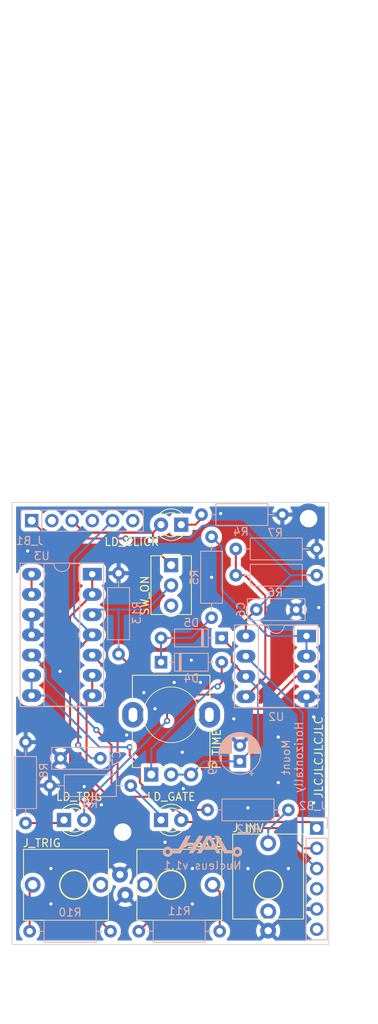
<source format=kicad_pcb>
(kicad_pcb (version 20240108) (generator "pcbnew") (generator_version "8.0")
  (title_block (date "2022-03-21"))
  (layers (0 "F.Cu" signal) (31 "B.Cu" signal) (34 "B.Paste" user) (35 "F.Paste" user) (36 "B.SilkS" user "B.Silkscreen") (37 "F.SilkS" user "F.Silkscreen") (38 "B.Mask" user) (39 "F.Mask" user) (44 "Edge.Cuts" user))
  (net 0 "")
  (net 1 "Net-(D4-Pad1)")
  (net 2 "GND")
  (net 3 "+5V")
  (net 4 "/GATE")
  (net 5 "Net-(J_INV1-PadSIG)")
  (net 6 "Net-(R11-Pad1)")
  (net 7 "Net-(J_GATE1-PadSIG)")
  (net 8 "Net-(J_TRIG1-PadSIG)")
  (net 9 "Net-(LD_GATE1-Pad1)")
  (net 10 "Net-(R6-Pad2)")
  (net 11 "/TRIG")
  (net 12 "/INV")
  (net 13 "Net-(U3-Pad13)")
  (net 14 "Net-(J_B1-Pad3)")
  (net 15 "Net-(D4-Pad2)")
  (net 24 "Net-(LD_TRIG1-Pad1)")
  (net 25 "Net-(LD_CLICK1-Pad1)")
  (net 26 "Net-(C9-Pad1)")
  (net 28 "+12V")
  (net 29 "Net-(R5-Pad1)")
  (net 30 "Net-(R10-Pad1)")
  (net 31 "Net-(U3-Pad9)")
  (net 32 "Net-(J_B2-Pad3)")
  (footprint "Eurorack:PJ301M-12" (layer "F.Cu") (at 149.86 143.002)
    (property "Reference" "J_INV1" (hide yes))
    (property "Value" "PJ301M-12" (hide yes))
    (pad "GND" thru_hole circle (at 0 5.766) (size 2 2) (drill 0.9) (layers "*.Cu" "*.Mask") (net 2 "GND"))
    (pad "SIG" thru_hole circle (at 0 -5.207) (size 2 2) (drill 1.15) (layers "*.Cu" "*.Mask") (net 5 "Net-(J_INV1-PadSIG)"))
    (pad "SW" thru_hole circle (at 0 3.353) (size 2 2) (drill 1.14) (layers "*.Cu" "*.Mask"))
    (zone (net 0) (net_name "") (layer "F.Cu") (connect_pads (clearance 0)) (min_thickness 0.254)
      (keepout (tracks not_allowed) (vias not_allowed) (pads not_allowed) (copperpour not_allowed) (footprints allowed))
      (fill (thermal_gap 0.508) (thermal_bridge_width 0.508))
      (polygon (pts (xy 151.365141 143.002) (xy 151.34493 142.756171) (xy 151.284841 142.516945) (xy 151.186486 142.290744) (xy 151.052508 142.083645) (xy 150.886504 141.90121) (xy 150.692932 141.748336) (xy 150.476992 141.629131) (xy 150.244482 141.546794) (xy 150.001646 141.503539) (xy 149.755007 141.500525) (xy 149.511187 141.537835) (xy 149.276734 141.614466) (xy 149.057946 141.72836) (xy 148.860697 141.876458) (xy 148.690286 142.054784) (xy 148.551288 142.258548) (xy 148.447436 142.482278) (xy 148.381519 142.719965) (xy 148.355308 142.965226) (xy 148.369507 143.211475) (xy 148.423734 143.452099) (xy 148.516532 143.680634) (xy 148.645411 143.890945) (xy 148.806908 144.077382) (xy 148.996687 144.234939) (xy 149.20965 144.359385) (xy 149.440079 144.447377) (xy 149.681785 144.496553) (xy 149.928278 144.505592) (xy 150.172936 144.47425) (xy 150.409191 144.40337) (xy 150.630697 144.294856) (xy 150.831505 144.151621) (xy 151.006223 143.977512) (xy 151.150158 143.777205) (xy 151.259445 143.556079) (xy 151.331149 143.320074) (xy 151.363344 143.075526)))
    )
  )
  (footprint "LED_THT:LED_D3.0mm_FlatTop" (layer "F.Cu") (at 124.201 134.874)
    (property "Reference" "LD_TRIG1" (hide yes))
    (property "Value" "LED")
    (pad "1" thru_hole rect (at 0 0) (size 1.8 1.8) (drill 0.9) (layers "*.Cu" "*.Mask") (net 24 "Net-(LD_TRIG1-Pad1)"))
    (pad "2" thru_hole circle (at 2.54 0) (size 1.8 1.8) (drill 0.9) (layers "*.Cu" "*.Mask") (net 11 "/TRIG"))
  )
  (footprint "Eurorack:SPDT" (layer "F.Cu") (at 137.668 105.41)
    (property "Reference" "SW_ON1" (hide yes))
    (property "Value" "SW_SPDT")
    (pad "1" thru_hole rect (at 0 -2.54) (size 1.8 1.8) (drill 1) (layers "*.Cu" "*.Mask") (net 14 "Net-(J_B1-Pad3)"))
    (pad "2" thru_hole circle (at 0 0) (size 1.8 1.8) (drill 1) (layers "*.Cu" "*.Mask") (net 11 "/TRIG"))
    (pad "3" thru_hole circle (at 0 2.54) (size 1.8 1.8) (drill 1) (layers "*.Cu" "*.Mask"))
  )
  (footprint "Eurorack:PJ301M-12 Offset" (layer "F.Cu") (at 125.476 143.002 90)
    (property "Reference" "J_TRIG1" (hide yes))
    (property "Value" "PJ301M-12" (hide yes))
    (pad "GND" thru_hole circle (at 1.27 5.766 90) (size 2 2) (drill 0.9) (layers "*.Cu" "*.Mask") (net 2 "GND"))
    (pad "SIG" thru_hole circle (at 0 -5.207 90) (size 2 2) (drill 1.15) (layers "*.Cu" "*.Mask") (net 8 "Net-(J_TRIG1-PadSIG)"))
    (pad "SW" thru_hole circle (at 0 3.353 90) (size 2 2) (drill 1.14) (layers "*.Cu" "*.Mask"))
    (zone (net 0) (net_name "") (layer "F.Cu") (connect_pads (clearance 0)) (min_thickness 0.254)
      (keepout (tracks not_allowed) (vias not_allowed) (pads not_allowed) (copperpour not_allowed) (footprints allowed))
      (fill (thermal_gap 0.508) (thermal_bridge_width 0.508))
      (polygon (pts (xy 125.476 141.496859) (xy 125.230171 141.51707) (xy 124.990945 141.577159) (xy 124.764744 141.675514) (xy 124.557645 141.809492) (xy 124.37521 141.975496) (xy 124.222336 142.169068) (xy 124.103131 142.385008) (xy 124.020794 142.617518) (xy 123.977539 142.860354) (xy 123.974525 143.106993) (xy 124.011835 143.350813) (xy 124.088466 143.585266) (xy 124.20236 143.804054) (xy 124.350458 144.001303) (xy 124.528784 144.171714) (xy 124.732548 144.310712) (xy 124.956278 144.414564) (xy 125.193965 144.480481) (xy 125.439226 144.506692) (xy 125.685475 144.492493) (xy 125.926099 144.438266) (xy 126.154634 144.345468) (xy 126.364945 144.216589) (xy 126.551382 144.055092) (xy 126.708939 143.865313) (xy 126.833385 143.65235) (xy 126.921377 143.421921) (xy 126.970553 143.180215) (xy 126.979592 142.933722) (xy 126.94825 142.689064) (xy 126.87737 142.452809) (xy 126.768856 142.231303) (xy 126.625621 142.030495) (xy 126.451512 141.855777) (xy 126.251205 141.711842) (xy 126.030079 141.602555) (xy 125.794074 141.530851) (xy 125.549526 141.498656)))
    )
  )
  (footprint "LED_THT:LED_D3.0mm_FlatTop" (layer "F.Cu") (at 138.938 97.79 180)
    (property "Reference" "LD_CLICK1" (hide yes))
    (property "Value" "LED")
    (pad "1" thru_hole rect (at 0 0 180) (size 1.8 1.8) (drill 0.9) (layers "*.Cu" "*.Mask") (net 25 "Net-(LD_CLICK1-Pad1)"))
    (pad "2" thru_hole circle (at 2.54 0 180) (size 1.8 1.8) (drill 0.9) (layers "*.Cu" "*.Mask") (net 14 "Net-(J_B1-Pad3)"))
  )
  (footprint "LED_THT:LED_D3.0mm_FlatTop" (layer "F.Cu") (at 136.393 134.874)
    (property "Reference" "LD_GATE1" (hide yes))
    (property "Value" "LED")
    (pad "1" thru_hole rect (at 0 0) (size 1.8 1.8) (drill 0.9) (layers "*.Cu" "*.Mask") (net 9 "Net-(LD_GATE1-Pad1)"))
    (pad "2" thru_hole circle (at 2.54 0) (size 1.8 1.8) (drill 0.9) (layers "*.Cu" "*.Mask") (net 4 "/GATE"))
  )
  (footprint "Eurorack:M2 Screw Hole" (layer "F.Cu") (at 154.94 97.028)
    (property "Reference" "REF**" (hide yes))
    (property "Value" "M2 Screw Hole" (hide yes))
    (pad "" thru_hole circle (at 0 0) (size 3.8 3.8) (drill 2.2) (layers "*.Cu" "*.Mask") (net 2 "GND"))
  )
  (footprint "Eurorack:PJ301M-12 Offset" (layer "F.Cu") (at 137.668 143.002 -90)
    (property "Reference" "J_GATE1" (hide yes))
    (property "Value" "PJ301M-12" (hide yes))
    (pad "GND" thru_hole circle (at 1.27 5.766 270) (size 2 2) (drill 0.9) (layers "*.Cu" "*.Mask") (net 2 "GND"))
    (pad "SIG" thru_hole circle (at 0 -5.207 270) (size 2 2) (drill 1.15) (layers "*.Cu" "*.Mask") (net 7 "Net-(J_GATE1-PadSIG)"))
    (pad "SW" thru_hole circle (at 0 3.353 270) (size 2 2) (drill 1.14) (layers "*.Cu" "*.Mask"))
    (zone (net 0) (net_name "") (layer "F.Cu") (connect_pads (clearance 0)) (min_thickness 0.254)
      (keepout (tracks not_allowed) (vias not_allowed) (pads not_allowed) (copperpour not_allowed) (footprints allowed))
      (fill (thermal_gap 0.508) (thermal_bridge_width 0.508))
      (polygon (pts (xy 137.668 144.507141) (xy 137.913829 144.48693) (xy 138.153055 144.426841) (xy 138.379256 144.328486) (xy 138.586355 144.194508) (xy 138.76879 144.028504) (xy 138.921664 143.834932) (xy 139.040869 143.618992) (xy 139.123206 143.386482) (xy 139.166461 143.143646) (xy 139.169475 142.897007) (xy 139.132165 142.653187) (xy 139.055534 142.418734) (xy 138.94164 142.199946) (xy 138.793542 142.002697) (xy 138.615216 141.832286) (xy 138.411452 141.693288) (xy 138.187722 141.589436) (xy 137.950035 141.523519) (xy 137.704774 141.497308) (xy 137.458525 141.511507) (xy 137.217901 141.565734) (xy 136.989366 141.658532) (xy 136.779055 141.787411) (xy 136.592618 141.948908) (xy 136.435061 142.138687) (xy 136.310615 142.35165) (xy 136.222623 142.582079) (xy 136.173447 142.823785) (xy 136.164408 143.070278) (xy 136.19575 143.314936) (xy 136.26663 143.551191) (xy 136.375144 143.772697) (xy 136.518379 143.973505) (xy 136.692488 144.148223) (xy 136.892795 144.292158) (xy 137.113921 144.401445) (xy 137.349926 144.473149) (xy 137.594474 144.505344)))
    )
  )
  (footprint "Eurorack:Potentiometer Alpha RD901F-40-00D" (layer "F.Cu") (at 137.668 121.669 90)
    (property "Reference" "P_TIME1" (hide yes))
    (property "Value" "B100k" (hide yes))
    (pad "" thru_hole oval (at 0.0052 -4.8 180) (size 2.72 3.24) (drill oval 1.1 1.8) (layers "*.Cu" "*.Mask"))
    (pad "" thru_hole oval (at 0.0052 4.8 180) (size 2.72 3.24) (drill oval 1.1 1.8) (layers "*.Cu" "*.Mask"))
    (pad "1" thru_hole rect (at -7.4948 -2.5 180) (size 1.8 1.8) (drill 1) (layers "*.Cu" "*.Mask") (net 15 "Net-(D4-Pad2)"))
    (pad "2" thru_hole circle (at -7.4948 0 180) (size 1.8 1.8) (drill 1) (layers "*.Cu" "*.Mask") (net 26 "Net-(C9-Pad1)"))
    (pad "3" thru_hole circle (at -7.4948 2.5 180) (size 1.8 1.8) (drill 1) (layers "*.Cu" "*.Mask") (net 26 "Net-(C9-Pad1)"))
  )
  (footprint "Eurorack:M2 Screw Hole" (layer "F.Cu") (at 131.572 136.398)
    (property "Reference" "REF**" (hide yes))
    (property "Value" "M2 Screw Hole" (hide yes))
    (pad "" thru_hole circle (at 0 0) (size 3.8 3.8) (drill 2.2) (layers "*.Cu" "*.Mask") (net 2 "GND"))
  )
  (footprint "Resistor_THT:R_Axial_DIN0207_L6.3mm_D2.5mm_P10.16mm_Horizontal" (layer "B.Cu") (at 142.24 133.604)
    (property "Reference" "R12" (at 5.08 2.413 0) (layer "B.SilkS") (effects (justify mirror)))
    (property "Value" "1k")
    (pad "1" thru_hole circle (at 0 0) (size 1.6 1.6) (drill 0.8) (layers "*.Cu" "*.Mask") (net 31 "Net-(U3-Pad9)"))
    (pad "2" thru_hole oval (at 10.16 0) (size 1.6 1.6) (drill 0.8) (layers "*.Cu" "*.Mask") (net 5 "Net-(J_INV1-PadSIG)"))
  )
  (footprint "Capacitor_THT:C_Disc_D7.0mm_W2.5mm_P5.00mm" (layer "B.Cu") (at 148.376 108.458)
    (property "Reference" "C6" (at -1.945 0 90) (layer "B.SilkS") (effects (justify mirror)))
    (property "Value" "0.1uF")
    (pad "1" thru_hole circle (at 0 0) (size 1.6 1.6) (drill 0.8) (layers "*.Cu" "*.Mask") (net 3 "+5V"))
    (pad "2" thru_hole circle (at 5 0) (size 1.6 1.6) (drill 0.8) (layers "*.Cu" "*.Mask") (net 2 "GND"))
  )
  (footprint "Resistor_THT:R_Axial_DIN0207_L6.3mm_D2.5mm_P10.16mm_Horizontal" (layer "B.Cu") (at 131.064 114.046 90)
    (property "Reference" "R13" (at 5.207 2.286 90) (layer "B.SilkS") (effects (justify mirror)))
    (property "Value" "1M")
    (pad "1" thru_hole circle (at 0 0 90) (size 1.6 1.6) (drill 0.8) (layers "*.Cu" "*.Mask") (net 11 "/TRIG"))
    (pad "2" thru_hole oval (at 10.16 0 90) (size 1.6 1.6) (drill 0.8) (layers "*.Cu" "*.Mask") (net 2 "GND"))
  )
  (footprint "Capacitor_THT:C_Disc_D7.0mm_W2.5mm_P5.00mm" (layer "B.Cu") (at 128.778 127.127 180)
    (property "Reference" "C7" (at -2.032 0 -90) (layer "B.SilkS") (effects (justify mirror)))
    (property "Value" "0.1uF")
    (pad "1" thru_hole circle (at 0 0 180) (size 1.6 1.6) (drill 0.8) (layers "*.Cu" "*.Mask") (net 28 "+12V"))
    (pad "2" thru_hole circle (at 5 0 180) (size 1.6 1.6) (drill 0.8) (layers "*.Cu" "*.Mask") (net 2 "GND"))
  )
  (footprint "Package_DIP:DIP-8_W7.62mm_Socket_LongPads" (layer "B.Cu") (at 154.676 111.77 180)
    (property "Reference" "U2" (at 3.8 -10.15 0) (layer "B.SilkS") (effects (justify mirror)))
    (property "Value" "LM358")
    (pad "1" thru_hole rect (at 0 0 180) (size 2.4 1.6) (drill 0.8) (layers "*.Cu" "*.Mask") (net 29 "Net-(R5-Pad1)"))
    (pad "2" thru_hole oval (at 0 -2.54 180) (size 2.4 1.6) (drill 0.8) (layers "*.Cu" "*.Mask") (net 29 "Net-(R5-Pad1)"))
    (pad "3" thru_hole oval (at 0 -5.08 180) (size 2.4 1.6) (drill 0.8) (layers "*.Cu" "*.Mask") (net 11 "/TRIG"))
    (pad "4" thru_hole oval (at 0 -7.62 180) (size 2.4 1.6) (drill 0.8) (layers "*.Cu" "*.Mask") (net 2 "GND"))
    (pad "5" thru_hole oval (at 7.62 -7.62 180) (size 2.4 1.6) (drill 0.8) (layers "*.Cu" "*.Mask") (net 10 "Net-(R6-Pad2)"))
    (pad "6" thru_hole oval (at 7.62 -5.08 180) (size 2.4 1.6) (drill 0.8) (layers "*.Cu" "*.Mask") (net 26 "Net-(C9-Pad1)"))
    (pad "7" thru_hole oval (at 7.62 -2.54 180) (size 2.4 1.6) (drill 0.8) (layers "*.Cu" "*.Mask") (net 32 "Net-(J_B2-Pad3)"))
    (pad "8" thru_hole oval (at 7.62 0 180) (size 2.4 1.6) (drill 0.8) (layers "*.Cu" "*.Mask") (net 3 "+5V"))
  )
  (footprint "Capacitor_THT:CP_Radial_D5.0mm_P2.00mm" (layer "B.Cu") (at 146.304 127.508 90)
    (property "Reference" "C9" (at -0.762 -3.429 90) (layer "B.SilkS") (effects (justify mirror)))
    (property "Value" "10uF")
    (pad "1" thru_hole rect (at 0 0 90) (size 1.6 1.6) (drill 0.8) (layers "*.Cu" "*.Mask") (net 26 "Net-(C9-Pad1)"))
    (pad "2" thru_hole circle (at 2 0 90) (size 1.6 1.6) (drill 0.8) (layers "*.Cu" "*.Mask") (net 2 "GND"))
  )
  (footprint "Resistor_THT:R_Axial_DIN0207_L6.3mm_D2.5mm_P10.16mm_Horizontal" (layer "B.Cu") (at 133.604 148.844)
    (property "Reference" "R11" (at 5.08 -2.54 0) (layer "B.SilkS") (effects (justify mirror)))
    (property "Value" "1k")
    (pad "1" thru_hole circle (at 0 0) (size 1.6 1.6) (drill 0.8) (layers "*.Cu" "*.Mask") (net 6 "Net-(R11-Pad1)"))
    (pad "2" thru_hole oval (at 10.16 0) (size 1.6 1.6) (drill 0.8) (layers "*.Cu" "*.Mask") (net 7 "Net-(J_GATE1-PadSIG)"))
  )
  (footprint "Diode_THT:D_DO-35_SOD27_P7.62mm_Horizontal" (layer "B.Cu") (at 144.018 112.014 180)
    (property "Reference" "D5" (at 3.81 1.905 180) (layer "B.SilkS") (effects (justify mirror)))
    (property "Value" "1N4148")
    (pad "1" thru_hole rect (at 0 0 180) (size 1.6 1.6) (drill 0.8) (layers "*.Cu" "*.Mask") (net 26 "Net-(C9-Pad1)"))
    (pad "2" thru_hole oval (at 7.62 0 180) (size 1.6 1.6) (drill 0.8) (layers "*.Cu" "*.Mask") (net 1 "Net-(D4-Pad1)"))
  )
  (footprint "Resistor_THT:R_Axial_DIN0207_L6.3mm_D2.5mm_P10.16mm_Horizontal" (layer "B.Cu") (at 141.478 96.52)
    (property "Reference" "R4" (at 4.953 2.159 0) (layer "B.SilkS") (effects (justify mirror)))
    (property "Value" "10k")
    (pad "1" thru_hole circle (at 0 0) (size 1.6 1.6) (drill 0.8) (layers "*.Cu" "*.Mask") (net 25 "Net-(LD_CLICK1-Pad1)"))
    (pad "2" thru_hole oval (at 10.16 0) (size 1.6 1.6) (drill 0.8) (layers "*.Cu" "*.Mask") (net 2 "GND"))
  )
  (footprint "Resistor_THT:R_Axial_DIN0207_L6.3mm_D2.5mm_P10.16mm_Horizontal" (layer "B.Cu") (at 132.588 130.556 180)
    (property "Reference" "R9" (at 5.08 -2.286 180) (layer "B.SilkS") (effects (justify mirror)))
    (property "Value" "10k")
    (pad "1" thru_hole circle (at 0 0 180) (size 1.6 1.6) (drill 0.8) (layers "*.Cu" "*.Mask") (net 9 "Net-(LD_GATE1-Pad1)"))
    (pad "2" thru_hole oval (at 10.16 0 180) (size 1.6 1.6) (drill 0.8) (layers "*.Cu" "*.Mask") (net 2 "GND"))
  )
  (footprint "Resistor_THT:R_Axial_DIN0207_L6.3mm_D2.5mm_P10.16mm_Horizontal" (layer "B.Cu") (at 155.956 104.14 180)
    (property "Reference" "R6" (at 5.207 -2.159 0) (layer "B.SilkS") (effects (justify mirror)))
    (property "Value" "120k")
    (pad "1" thru_hole circle (at 0 0 180) (size 1.6 1.6) (drill 0.8) (layers "*.Cu" "*.Mask") (net 3 "+5V"))
    (pad "2" thru_hole oval (at 10.16 0 180) (size 1.6 1.6) (drill 0.8) (layers "*.Cu" "*.Mask") (net 10 "Net-(R6-Pad2)"))
  )
  (footprint "Diode_THT:D_DO-35_SOD27_P7.62mm_Horizontal" (layer "B.Cu") (at 136.398 115.062)
    (property "Reference" "D4" (at 3.81 2.032 0) (layer "B.SilkS") (effects (justify mirror)))
    (property "Value" "1N4148")
    (pad "1" thru_hole rect (at 0 0) (size 1.6 1.6) (drill 0.8) (layers "*.Cu" "*.Mask") (net 1 "Net-(D4-Pad1)"))
    (pad "2" thru_hole oval (at 7.62 0) (size 1.6 1.6) (drill 0.8) (layers "*.Cu" "*.Mask") (net 15 "Net-(D4-Pad2)"))
  )
  (footprint "Logos:Avalon Harmonics Small 10mm" (layer "B.Cu") (at 141.605 138.176 180)
    (property "Reference" "G***" (hide yes))
    (property "Value" "LOGO" (hide yes))
  )
  (footprint "Connector_PinHeader_2.54mm:PinHeader_1x06_P2.54mm_Vertical" (layer "B.Cu") (at 120.142 97.282 -90)
    (property "Reference" "J_B1" (at 2.54 0.254 0) (layer "B.SilkS") (effects (justify mirror)))
    (property "Value" "Conn_01x06_Female")
    (pad "1" thru_hole rect (at 0 0 270) (size 1.7 1.7) (drill 1) (layers "*.Cu" "*.Mask") (net 3 "+5V"))
    (pad "2" thru_hole oval (at 0 -2.54 270) (size 1.7 1.7) (drill 1) (layers "*.Cu" "*.Mask"))
    (pad "3" thru_hole oval (at 0 -5.08 270) (size 1.7 1.7) (drill 1) (layers "*.Cu" "*.Mask") (net 14 "Net-(J_B1-Pad3)"))
    (pad "4" thru_hole oval (at 0 -7.62 270) (size 1.7 1.7) (drill 1) (layers "*.Cu" "*.Mask"))
    (pad "5" thru_hole oval (at 0 -10.16 270) (size 1.7 1.7) (drill 1) (layers "*.Cu" "*.Mask") (net 28 "+12V"))
    (pad "6" thru_hole oval (at 0 -12.7 270) (size 1.7 1.7) (drill 1) (layers "*.Cu" "*.Mask"))
  )
  (footprint "Package_DIP:DIP-14_W7.62mm_Socket_LongPads" (layer "B.Cu") (at 127.752 104.008 180)
    (property "Reference" "U3" (at 6.34 2.281 0) (layer "B.SilkS") (effects (justify mirror)))
    (property "Value" "LM324")
    (pad "1" thru_hole rect (at 0 0 180) (size 2.4 1.6) (drill 0.8) (layers "*.Cu" "*.Mask") (net 30 "Net-(R10-Pad1)"))
    (pad "2" thru_hole oval (at 0 -2.54 180) (size 2.4 1.6) (drill 0.8) (layers "*.Cu" "*.Mask") (net 30 "Net-(R10-Pad1)"))
    (pad "3" thru_hole oval (at 0 -5.08 180) (size 2.4 1.6) (drill 0.8) (layers "*.Cu" "*.Mask") (net 11 "/TRIG"))
    (pad "4" thru_hole oval (at 0 -7.62 180) (size 2.4 1.6) (drill 0.8) (layers "*.Cu" "*.Mask") (net 28 "+12V"))
    (pad "5" thru_hole oval (at 0 -10.16 180) (size 2.4 1.6) (drill 0.8) (layers "*.Cu" "*.Mask") (net 4 "/GATE"))
    (pad "6" thru_hole oval (at 0 -12.7 180) (size 2.4 1.6) (drill 0.8) (layers "*.Cu" "*.Mask") (net 6 "Net-(R11-Pad1)"))
    (pad "7" thru_hole oval (at 0 -15.24 180) (size 2.4 1.6) (drill 0.8) (layers "*.Cu" "*.Mask") (net 6 "Net-(R11-Pad1)"))
    (pad "8" thru_hole oval (at 7.62 -15.24 180) (size 2.4 1.6) (drill 0.8) (layers "*.Cu" "*.Mask") (net 31 "Net-(U3-Pad9)"))
    (pad "9" thru_hole oval (at 7.62 -12.7 180) (size 2.4 1.6) (drill 0.8) (layers "*.Cu" "*.Mask") (net 31 "Net-(U3-Pad9)"))
    (pad "10" thru_hole oval (at 7.62 -10.16 180) (size 2.4 1.6) (drill 0.8) (layers "*.Cu" "*.Mask") (net 12 "/INV"))
    (pad "11" thru_hole oval (at 7.62 -7.62 180) (size 2.4 1.6) (drill 0.8) (layers "*.Cu" "*.Mask") (net 2 "GND"))
    (pad "12" thru_hole oval (at 7.62 -5.08 180) (size 2.4 1.6) (drill 0.8) (layers "*.Cu" "*.Mask") (net 2 "GND"))
    (pad "13" thru_hole oval (at 7.62 -2.54 180) (size 2.4 1.6) (drill 0.8) (layers "*.Cu" "*.Mask") (net 13 "Net-(U3-Pad13)"))
    (pad "14" thru_hole oval (at 7.62 0 180) (size 2.4 1.6) (drill 0.8) (layers "*.Cu" "*.Mask") (net 13 "Net-(U3-Pad13)"))
  )
  (footprint "Connector_PinHeader_2.54mm:PinHeader_1x06_P2.54mm_Vertical" (layer "B.Cu") (at 155.956 135.89 180)
    (property "Reference" "J_B2" (at 0.508 2.794 180) (layer "B.SilkS") (effects (justify mirror)))
    (property "Value" "Conn_01x06_Female")
    (pad "1" thru_hole rect (at 0 0 180) (size 1.7 1.7) (drill 1) (layers "*.Cu" "*.Mask") (net 4 "/GATE"))
    (pad "2" thru_hole oval (at 0 -2.54 180) (size 1.7 1.7) (drill 1) (layers "*.Cu" "*.Mask") (net 12 "/INV"))
    (pad "3" thru_hole oval (at 0 -5.08 180) (size 1.7 1.7) (drill 1) (layers "*.Cu" "*.Mask") (net 32 "Net-(J_B2-Pad3)"))
    (pad "4" thru_hole oval (at 0 -7.62 180) (size 1.7 1.7) (drill 1) (layers "*.Cu" "*.Mask"))
    (pad "5" thru_hole oval (at 0 -10.16 180) (size 1.7 1.7) (drill 1) (layers "*.Cu" "*.Mask") (net 2 "GND"))
    (pad "6" thru_hole oval (at 0 -12.7 180) (size 1.7 1.7) (drill 1) (layers "*.Cu" "*.Mask"))
  )
  (footprint "Resistor_THT:R_Axial_DIN0207_L6.3mm_D2.5mm_P10.16mm_Horizontal" (layer "B.Cu") (at 119.38 135.255 90)
    (property "Reference" "R8" (at 6.604 2.286 90) (layer "B.SilkS") (effects (justify mirror)))
    (property "Value" "10k")
    (pad "1" thru_hole circle (at 0 0 90) (size 1.6 1.6) (drill 0.8) (layers "*.Cu" "*.Mask") (net 24 "Net-(LD_TRIG1-Pad1)"))
    (pad "2" thru_hole oval (at 10.16 0 90) (size 1.6 1.6) (drill 0.8) (layers "*.Cu" "*.Mask") (net 2 "GND"))
  )
  (footprint "Resistor_THT:R_Axial_DIN0207_L6.3mm_D2.5mm_P10.16mm_Horizontal" (layer "B.Cu") (at 145.796 100.838)
    (property "Reference" "R7" (at 4.953 -2.032 0) (layer "B.SilkS") (effects (justify mirror)))
    (property "Value" "10k")
    (pad "1" thru_hole circle (at 0 0) (size 1.6 1.6) (drill 0.8) (layers "*.Cu" "*.Mask") (net 10 "Net-(R6-Pad2)"))
    (pad "2" thru_hole oval (at 10.16 0) (size 1.6 1.6) (drill 0.8) (layers "*.Cu" "*.Mask") (net 2 "GND"))
  )
  (footprint "Resistor_THT:R_Axial_DIN0207_L6.3mm_D2.5mm_P10.16mm_Horizontal" (layer "B.Cu") (at 142.748 99.314 -90)
    (property "Reference" "R5" (at 5.08 2.159 90) (layer "B.SilkS") (effects (justify mirror)))
    (property "Value" "220")
    (pad "1" thru_hole circle (at 0 0 270) (size 1.6 1.6) (drill 0.8) (layers "*.Cu" "*.Mask") (net 29 "Net-(R5-Pad1)"))
    (pad "2" thru_hole oval (at 10.16 0 270) (size 1.6 1.6) (drill 0.8) (layers "*.Cu" "*.Mask") (net 1 "Net-(D4-Pad1)"))
  )
  (footprint "Resistor_THT:R_Axial_DIN0207_L6.3mm_D2.5mm_P10.16mm_Horizontal" (layer "B.Cu") (at 130.048 148.844 180)
    (property "Reference" "R10" (at 5.08 2.37 0) (layer "B.SilkS") (effects (justify mirror)))
    (property "Value" "1k")
    (pad "1" thru_hole circle (at 0 0 180) (size 1.6 1.6) (drill 0.8) (layers "*.Cu" "*.Mask") (net 30 "Net-(R10-Pad1)"))
    (pad "2" thru_hole oval (at 10.16 0 180) (size 1.6 1.6) (drill 0.8) (layers "*.Cu" "*.Mask") (net 8 "Net-(J_TRIG1-PadSIG)"))
  )
  (gr_rect (start 117.68 94.996) (end 157.48 150.51) (stroke (width 0.1)) (fill none) (layer "Edge.Cuts"))
  (gr_text "Mount\nHorizontally" (at 152.908 127 90) (layer "B.SilkS") (effects (font (size 1 1)) (justify mirror)))
  (gr_text "Nucleus v1.1" (at 141.605 140.589 0) (layer "B.SilkS") (effects (font (size 1 1)) (justify mirror)))
  (gr_text "JLCJLCJLCJLC" (at 156.21 127 90) (layer "F.SilkS") (effects (font (size 1 1))))
  (gr_text "J_INV" (at 147.32 135.89 0) (layer "F.SilkS") (effects (font (size 1 1))))
  (gr_text "SW_ON" (at 134.366 106.68 90) (layer "F.SilkS") (effects (font (size 1 1))))
  (gr_text "LD_CLICK" (at 132.715 99.949 0) (layer "F.SilkS") (effects (font (size 1 1))))
  (gr_text "J_TRIG" (at 121.412 137.7696 0) (layer "F.SilkS") (effects (font (size 1 1))))
  (gr_text "LD_GATE" (at 137.668 131.953 0) (layer "F.SilkS") (effects (font (size 1 1))))
  (gr_text "LD_TRIG\n" (at 126.111 131.953 0) (layer "F.SilkS") (effects (font (size 1 1))))
  (gr_text "J_GATE\n" (at 141.605 137.7696 0) (layer "F.SilkS") (effects (font (size 1 1))))
  (gr_text "P_TIME" (at 143.383 125.984 90) (layer "F.SilkS") (effects (font (size 1 1))))
  (segment (start 136.398 112.014) (end 140.208 112.014) (width 0.25) (layer "B.Cu") (net 1))
  (segment (start 140.208 112.014) (end 142.748 109.474) (width 0.25) (layer "B.Cu") (net 1))
  (segment (start 136.398 115.062) (end 136.398 112.014) (width 0.25) (layer "B.Cu") (net 1))
  (via (at 140.335 140.97) (size 0.8) (drill 0.4) (layers "F.Cu" "B.Cu") (net 2))
  (via (at 136.906 137.668) (size 0.8) (drill 0.4) (layers "F.Cu" "B.Cu") (net 2))
  (via (at 138.049 117.602) (size 0.8) (drill 0.4) (layers "F.Cu" "B.Cu") (net 2))
  (via (at 135.636 120.904) (size 0.8) (drill 0.4) (layers "F.Cu" "B.Cu") (net 2))
  (via (at 128.905 132.969) (size 0.8) (drill 0.4) (layers "F.Cu" "B.Cu") (net 2))
  (via (at 147.32 140.97) (size 0.8) (drill 0.4) (layers "F.Cu" "B.Cu") (net 2))
  (via (at 126.746 130.683) (size 0.8) (drill 0.4) (layers "F.Cu" "B.Cu") (net 2))
  (via (at 155.575 121.92) (size 0.8) (drill 0.4) (layers "F.Cu" "B.Cu") (net 2))
  (via (at 141.351 117.602) (size 0.8) (drill 0.4) (layers "F.Cu" "B.Cu") (net 2))
  (via (at 122.555 140.97) (size 0.8) (drill 0.4) (layers "F.Cu" "B.Cu") (net 2))
  (via (at 140.335 145.415) (size 0.8) (drill 0.4) (layers "F.Cu" "B.Cu") (net 2))
  (via (at 151.13 124.46) (size 0.8) (drill 0.4) (layers "F.Cu" "B.Cu") (net 2))
  (via (at 145.542 122.174) (size 0.8) (drill 0.4) (layers "F.Cu" "B.Cu") (net 2))
  (via (at 139.065 126.365) (size 0.8) (drill 0.4) (layers "F.Cu" "B.Cu") (net 2))
  (via (at 119.634 101.092) (size 0.8) (drill 0.4) (layers "F.Cu" "B.Cu") (net 2))
  (via (at 122.555 145.415) (size 0.8) (drill 0.4) (layers "F.Cu" "B.Cu") (net 2))
  (via (at 139.192 130.937) (size 0.8) (drill 0.4) (layers "F.Cu" "B.Cu") (net 2))
  (via (at 151.13 130.175) (size 0.8) (drill 0.4) (layers "F.Cu" "B.Cu") (net 2))
  (via (at 134.239 118.872) (size 0.8) (drill 0.4) (layers "F.Cu" "B.Cu") (net 2))
  (via (at 143.891 96.393) (size 0.8) (drill 0.4) (layers "F.Cu" "B.Cu") (net 2))
  (via (at 132.08 124.206) (size 0.8) (drill 0.4) (layers "F.Cu" "B.Cu") (net 2))
  (via (at 123.698 116.205) (size 0.8) (drill 0.4) (layers "F.Cu" "B.Cu") (net 2))
  (via (at 140.208 114.808) (size 0.8) (drill 0.4) (layers "F.Cu" "B.Cu") (net 2))
  (via (at 156.21 108.204) (size 0.8) (drill 0.4) (layers "F.Cu" "B.Cu") (net 2))
  (via (at 152.4 140.97) (size 0.8) (drill 0.4) (layers "F.Cu" "B.Cu") (net 2))
  (via (at 142.748 104.394) (size 0.8) (drill 0.4) (layers "F.Cu" "B.Cu") (net 2))
  (via (at 147.32 133.35) (size 0.8) (drill 0.4) (layers "F.Cu" "B.Cu") (net 2))
  (via (at 155.575 132.715) (size 0.8) (drill 0.4) (layers "F.Cu" "B.Cu") (net 2))
  (segment (start 122.3905 99.5305) (end 120.142 97.282) (width 0.25) (layer "F.Cu") (net 3))
  (segment (start 131.953 99.5305) (end 122.3905 99.5305) (width 0.25) (layer "F.Cu") (net 3))
  (segment (start 147.056 109.778) (end 148.376 108.458) (width 0.25) (layer "F.Cu") (net 3))
  (segment (start 147.056 111.77) (end 147.056 109.778) (width 0.25) (layer "F.Cu") (net 3))
  (via (at 131.953 99.5305) (size 0.8) (drill 0.4) (layers "F.Cu" "B.Cu") (net 3))
  (segment (start 146.422386 97.917) (end 141.605 97.917) (width 0.25) (layer "B.Cu") (net 3))
  (segment (start 141.605 97.917) (end 140.081 99.441) (width 0.25) (layer "B.Cu") (net 3))
  (segment (start 140.081 99.441) (end 132.0425 99.441) (width 0.25) (layer "B.Cu") (net 3))
  (segment (start 132.0425 99.441) (end 131.953 99.5305) (width 0.25) (layer "B.Cu") (net 3))
  (segment (start 155.956 104.14) (end 152.694 104.14) (width 0.25) (layer "B.Cu") (net 3))
  (segment (start 152.645386 104.14) (end 146.422386 97.917) (width 0.25) (layer "B.Cu") (net 3))
  (segment (start 152.694 104.14) (end 148.376 108.458) (width 0.25) (layer "B.Cu") (net 3))
  (segment (start 152.694 104.14) (end 152.645386 104.14) (width 0.25) (layer "B.Cu") (net 3))
  (segment (start 130.937 117.348) (end 130.937 130.937) (width 0.25) (layer "F.Cu") (net 4))
  (segment (start 138.933 134.874) (end 139.187 135.128) (width 0.25) (layer "F.Cu") (net 4))
  (segment (start 139.187 135.128) (end 155.194 135.128) (width 0.25) (layer "F.Cu") (net 4))
  (segment (start 127.752 114.168) (end 127.757 114.168) (width 0.25) (layer "F.Cu") (net 4))
  (segment (start 127.757 114.168) (end 130.937 117.348) (width 0.25) (layer "F.Cu") (net 4))
  (segment (start 155.194 135.128) (end 155.956 135.89) (width 0.25) (layer "F.Cu") (net 4))
  (segment (start 136.779 131.953) (end 138.933 134.107) (width 0.25) (layer "F.Cu") (net 4))
  (segment (start 130.937 130.937) (end 131.953 131.953) (width 0.25) (layer "F.Cu") (net 4))
  (segment (start 138.933 134.107) (end 138.933 134.874) (width 0.25) (layer "F.Cu") (net 4))
  (segment (start 131.953 131.953) (end 136.779 131.953) (width 0.25) (layer "F.Cu") (net 4))
  (segment (start 149.86 137.795) (end 149.86 136.144) (width 0.25) (layer "B.Cu") (net 5))
  (segment (start 149.86 136.144) (end 152.4 133.604) (width 0.25) (layer "B.Cu") (net 5))
  (segment (start 132.08 133.35) (end 133.985 135.255) (width 0.25) (layer "F.Cu") (net 6))
  (segment (start 133.985 135.255) (end 133.985 136.525) (width 0.25) (layer "F.Cu") (net 6))
  (segment (start 135.89 146.558) (end 133.604 148.844) (width 0.25) (layer "F.Cu") (net 6))
  (segment (start 127.037489 129.196489) (end 131.191 133.35) (width 0.25) (layer "F.Cu") (net 6))
  (segment (start 127.752 119.248) (end 127.037489 119.962511) (width 0.25) (layer "F.Cu") (net 6))
  (segment (start 131.191 133.35) (end 132.08 133.35) (width 0.25) (layer "F.Cu") (net 6))
  (segment (start 135.89 138.43) (end 135.89 146.558) (width 0.25) (layer "F.Cu") (net 6))
  (segment (start 127.752 119.248) (end 127.752 116.708) (width 0.25) (layer "F.Cu") (net 6))
  (segment (start 127.037489 119.962511) (end 127.037489 129.196489) (width 0.25) (layer "F.Cu") (net 6))
  (segment (start 133.985 136.525) (end 135.89 138.43) (width 0.25) (layer "F.Cu") (net 6))
  (segment (start 143.764 143.891) (end 142.875 143.002) (width 0.25) (layer "F.Cu") (net 7))
  (segment (start 143.764 148.844) (end 143.764 143.891) (width 0.25) (layer "F.Cu") (net 7))
  (segment (start 119.888 148.844) (end 119.888 143.383) (width 0.25) (layer "F.Cu") (net 8))
  (segment (start 119.888 143.383) (end 120.269 143.002) (width 0.25) (layer "F.Cu") (net 8))
  (segment (start 136.393 134.874) (end 136.393 134.361) (width 0.25) (layer "B.Cu") (net 9))
  (segment (start 136.393 134.361) (end 132.588 130.556) (width 0.25) (layer "B.Cu") (net 9))
  (segment (start 145.796 100.838) (end 145.796 104.14) (width 0.25) (layer "F.Cu") (net 10))
  (segment (start 146.92737 104.14) (end 149.500511 106.713141) (width 0.25) (layer "F.Cu") (net 10))
  (segment (start 149.500511 106.713141) (end 149.500511 116.945489) (width 0.25) (layer "F.Cu") (net 10))
  (segment (start 145.796 104.14) (end 146.92737 104.14) (width 0.25) (layer "F.Cu") (net 10))
  (segment (start 149.500511 116.945489) (end 147.056 119.39) (width 0.25) (layer "F.Cu") (net 10))
  (segment (start 146.05 120.904) (end 144.272 119.126) (width 0.25) (layer "F.Cu") (net 11))
  (segment (start 137.16 119.126) (end 136.144 119.126) (width 0.25) (layer "F.Cu") (net 11))
  (segment (start 153.38904 116.85) (end 154.676 116.85) (width 0.25) (layer "F.Cu") (net 11))
  (segment (start 149.33504 120.904) (end 153.38904 116.85) (width 0.25) (layer "F.Cu") (net 11))
  (segment (start 149.33504 120.904) (end 146.05 120.904) (width 0.25) (layer "F.Cu") (net 11))
  (segment (start 144.272 119.126) (end 137.16 119.126) (width 0.25) (layer "F.Cu") (net 11))
  (segment (start 136.144 119.126) (end 131.064 114.046) (width 0.25) (layer "F.Cu") (net 11))
  (segment (start 137.16 119.126) (end 137.16 122.428) (width 0.25) (layer "F.Cu") (net 11))
  (via (at 137.16 122.428) (size 0.8) (drill 0.4) (layers "F.Cu" "B.Cu") (net 11))
  (segment (start 131.064 108.575) (end 130.942 108.453) (width 0.25) (layer "B.Cu") (net 11))
  (segment (start 132.085 108.453) (end 130.942 108.453) (width 0.25) (layer "B.Cu") (net 11))
  (segment (start 131.064 114.046) (end 131.064 108.575) (width 0.25) (layer "B.Cu") (net 11))
  (segment (start 134.625 108.453) (end 132.085 108.453) (width 0.25) (layer "B.Cu") (net 11))
  (segment (start 137.16 122.428) (end 126.741 132.847) (width 0.25) (layer "B.Cu") (net 11))
  (segment (start 130.942 108.453) (end 127.752 108.453) (width 0.25) (layer "B.Cu") (net 11))
  (segment (start 137.668 105.41) (end 134.625 108.453) (width 0.25) (layer "B.Cu") (net 11))
  (segment (start 126.741 132.847) (end 126.741 134.874) (width 0.25) (layer "B.Cu") (net 11))
  (segment (start 132.461 132.588) (end 131.572 132.588) (width 0.25) (layer "F.Cu") (net 12))
  (segment (start 131.572 132.588) (end 130.175 131.191) (width 0.25) (layer "F.Cu") (net 12))
  (segment (start 155.956 138.43) (end 154.305 138.43) (width 0.25) (layer "F.Cu") (net 12))
  (segment (start 130.175 131.191) (end 130.175 125.476) (width 0.25) (layer "F.Cu") (net 12))
  (segment (start 154.305 138.43) (end 151.765 135.89) (width 0.25) (layer "F.Cu") (net 12))
  (segment (start 139.954 136.398) (end 135.255 136.398) (width 0.25) (layer "F.Cu") (net 12))
  (segment (start 130.175 125.476) (end 128.27 123.571) (width 0.25) (layer "F.Cu") (net 12))
  (segment (start 135.255 136.398) (end 134.747 135.89) (width 0.25) (layer "F.Cu") (net 12))
  (segment (start 140.462 135.89) (end 139.954 136.398) (width 0.25) (layer "F.Cu") (net 12))
  (segment (start 134.747 134.874) (end 132.461 132.588) (width 0.25) (layer "F.Cu") (net 12))
  (segment (start 134.747 135.89) (end 134.747 134.874) (width 0.25) (layer "F.Cu") (net 12))
  (segment (start 151.765 135.89) (end 140.462 135.89) (width 0.25) (layer "F.Cu") (net 12))
  (via (at 128.27 123.571) (size 0.8) (drill 0.4) (layers "F.Cu" "B.Cu") (net 12))
  (segment (start 121.92 117.221) (end 121.92 115.824) (width 0.25) (layer "B.Cu") (net 12))
  (segment (start 128.27 123.571) (end 121.92 117.221) (width 0.25) (layer "B.Cu") (net 12))
  (segment (start 121.92 115.824) (end 120.132 114.036) (width 0.25) (layer "B.Cu") (net 12))
  (segment (start 120.132 106.548) (end 120.132 104.008) (width 0.25) (layer "F.Cu") (net 13))
  (segment (start 135.382 98.806) (end 135.731489 98.456511) (width 0.25) (layer "F.Cu") (net 14))
  (segment (start 125.222 97.282) (end 126.746 98.806) (width 0.25) (layer "F.Cu") (net 14))
  (segment (start 126.746 98.806) (end 135.382 98.806) (width 0.25) (layer "F.Cu") (net 14))
  (segment (start 135.731489 98.456511) (end 136.398 97.79) (width 0.25) (layer "F.Cu") (net 14))
  (segment (start 137.668 102.87) (end 135.382 100.584) (width 0.25) (layer "F.Cu") (net 14))
  (segment (start 135.382 100.584) (end 135.382 98.806) (width 0.25) (layer "F.Cu") (net 14))
  (segment (start 144.018 117.602) (end 144.018 115.062) (width 0.25) (layer "F.Cu") (net 15))
  (segment (start 143.51 118.11) (end 144.018 117.602) (width 0.25) (layer "F.Cu") (net 15))
  (via (at 143.51 118.11) (size 0.8) (drill 0.4) (layers "F.Cu" "B.Cu") (net 15))
  (segment (start 135.168 129.169) (end 135.168 125.944) (width 0.25) (layer "B.Cu") (net 15))
  (segment (start 135.168 125.944) (end 143.002 118.11) (width 0.25) (layer "B.Cu") (net 15))
  (segment (start 143.002 118.11) (end 143.51 118.11) (width 0.25) (layer "B.Cu") (net 15))
  (segment (start 119.38 135.255) (end 123.82 135.255) (width 0.25) (layer "F.Cu") (net 24))
  (segment (start 123.82 135.255) (end 124.201 134.874) (width 0.25) (layer "F.Cu") (net 24))
  (segment (start 138.938 97.79) (end 140.716 97.79) (width 0.25) (layer "F.Cu") (net 25))
  (segment (start 140.716 97.79) (end 141.478 97.028) (width 0.25) (layer "F.Cu") (net 25))
  (segment (start 145.288 113.284) (end 144.018 112.014) (width 0.25) (layer "F.Cu") (net 26))
  (segment (start 145.288 115.062) (end 145.288 113.284) (width 0.25) (layer "F.Cu") (net 26))
  (segment (start 145.542 115.316) (end 145.288 115.062) (width 0.25) (layer "F.Cu") (net 26))
  (segment (start 147.056 116.85) (end 145.542 115.336) (width 0.25) (layer "F.Cu") (net 26))
  (segment (start 145.542 115.336) (end 145.542 115.316) (width 0.25) (layer "F.Cu") (net 26))
  (segment (start 147.056 116.85) (end 148.58052 118.37452) (width 0.25) (layer "B.Cu") (net 26))
  (segment (start 140.168 129.169) (end 137.668 129.169) (width 0.25) (layer "B.Cu") (net 26))
  (segment (start 141.829 127.508) (end 140.168 129.169) (width 0.25) (layer "B.Cu") (net 26))
  (segment (start 148.58052 125.23148) (end 146.304 127.508) (width 0.25) (layer "B.Cu") (net 26))
  (segment (start 148.58052 118.37452) (end 148.58052 125.23148) (width 0.25) (layer "B.Cu") (net 26))
  (segment (start 146.304 127.508) (end 141.829 127.508) (width 0.25) (layer "B.Cu") (net 26))
  (segment (start 125.984 113.396) (end 125.984 125.476) (width 0.25) (layer "F.Cu") (net 28))
  (segment (start 127.752 111.628) (end 125.984 113.396) (width 0.25) (layer "F.Cu") (net 28))
  (via (at 125.984 125.476) (size 0.8) (drill 0.4) (layers "F.Cu" "B.Cu") (net 28))
  (segment (start 130.302 97.282) (end 125.476 102.108) (width 0.25) (layer "B.Cu") (net 28))
  (segment (start 127.635 127.127) (end 128.778 127.127) (width 0.25) (layer "B.Cu") (net 28))
  (segment (start 125.476 102.108) (end 125.476 109.352) (width 0.25) (layer "B.Cu") (net 28))
  (segment (start 125.476 109.352) (end 127.752 111.628) (width 0.25) (layer "B.Cu") (net 28))
  (segment (start 125.984 125.476) (end 127.635 127.127) (width 0.25) (layer "B.Cu") (net 28))
  (segment (start 149.8065 111.77) (end 144.018 105.9815) (width 0.25) (layer "B.Cu") (net 29))
  (segment (start 154.676 114.31) (end 154.676 111.77) (width 0.25) (layer "B.Cu") (net 29))
  (segment (start 144.018 105.9815) (end 144.018 100.584) (width 0.25) (layer "B.Cu") (net 29))
  (segment (start 144.018 100.584) (end 142.748 99.314) (width 0.25) (layer "B.Cu") (net 29))
  (segment (start 154.676 111.77) (end 149.8065 111.77) (width 0.25) (layer "B.Cu") (net 29))
  (segment (start 127.752 106.548) (end 127.752 104.008) (width 0.25) (layer "F.Cu") (net 30))
  (segment (start 127.254 146.05) (end 127.254 142.113) (width 0.25) (layer "F.Cu") (net 30))
  (segment (start 128.27 141.097) (end 128.27 134.366) (width 0.25) (layer "F.Cu") (net 30))
  (segment (start 124.968 109.332) (end 127.752 106.548) (width 0.25) (layer "F.Cu") (net 30))
  (segment (start 128.27 134.366) (end 124.968 131.064) (width 0.25) (layer "F.Cu") (net 30))
  (segment (start 127.254 142.113) (end 128.27 141.097) (width 0.25) (layer "F.Cu") (net 30))
  (segment (start 130.048 148.844) (end 127.254 146.05) (width 0.25) (layer "F.Cu") (net 30))
  (segment (start 124.968 131.064) (end 124.968 109.332) (width 0.25) (layer "F.Cu") (net 30))
  (segment (start 134.493 130.937) (end 137.414 130.937) (width 0.25) (layer "F.Cu") (net 31))
  (segment (start 133.731 130.175) (end 134.493 130.937) (width 0.25) (layer "F.Cu") (net 31))
  (segment (start 132.461 125.73) (end 132.461 126.746) (width 0.25) (layer "F.Cu") (net 31))
  (segment (start 132.461 126.746) (end 133.731 128.016) (width 0.25) (layer "F.Cu") (net 31))
  (segment (start 140.081 133.604) (end 142.24 133.604) (width 0.25) (layer "F.Cu") (net 31))
  (segment (start 133.731 128.016) (end 133.731 130.175) (width 0.25) (layer "F.Cu") (net 31))
  (segment (start 137.414 130.937) (end 140.081 133.604) (width 0.25) (layer "F.Cu") (net 31))
  (via (at 132.461 125.73) (size 0.8) (drill 0.4) (layers "F.Cu" "B.Cu") (net 31))
  (segment (start 128.651 125.73) (end 122.169 119.248) (width 0.25) (layer "B.Cu") (net 31))
  (segment (start 132.461 125.73) (end 128.651 125.73) (width 0.25) (layer "B.Cu") (net 31))
  (segment (start 122.169 119.248) (end 120.132 119.248) (width 0.25) (layer "B.Cu") (net 31))
  (segment (start 120.132 119.248) (end 120.132 116.708) (width 0.25) (layer "B.Cu") (net 31))
  (segment (start 154.178 121.432) (end 147.056 114.31) (width 0.25) (layer "B.Cu") (net 32))
  (segment (start 154.178 139.192) (end 154.178 121.432) (width 0.25) (layer "B.Cu") (net 32))
  (segment (start 155.956 140.97) (end 154.178 139.192) (width 0.25) (layer "B.Cu") (net 32))
  (zone (net 2) (net_name "GND") (layer "F.Cu") (connect_pads (clearance 0.508)) (min_thickness 0.254) (fill yes (thermal_gap 0.508) (thermal_bridge_width 0.508))
    (polygon (pts (xy 158.115 151.13) (xy 117.475 151.13) (xy 117.475 94.615) (xy 158.115 94.615)))
  )
  (zone (net 2) (net_name "GND") (layer "B.Cu") (connect_pads (clearance 0.508)) (min_thickness 0.254) (fill yes (thermal_gap 0.508) (thermal_bridge_width 0.508))
    (polygon (pts (xy 158.115 151.13) (xy 117.475 151.13) (xy 117.475 94.615) (xy 158.115 94.615)))
  )
)
</source>
